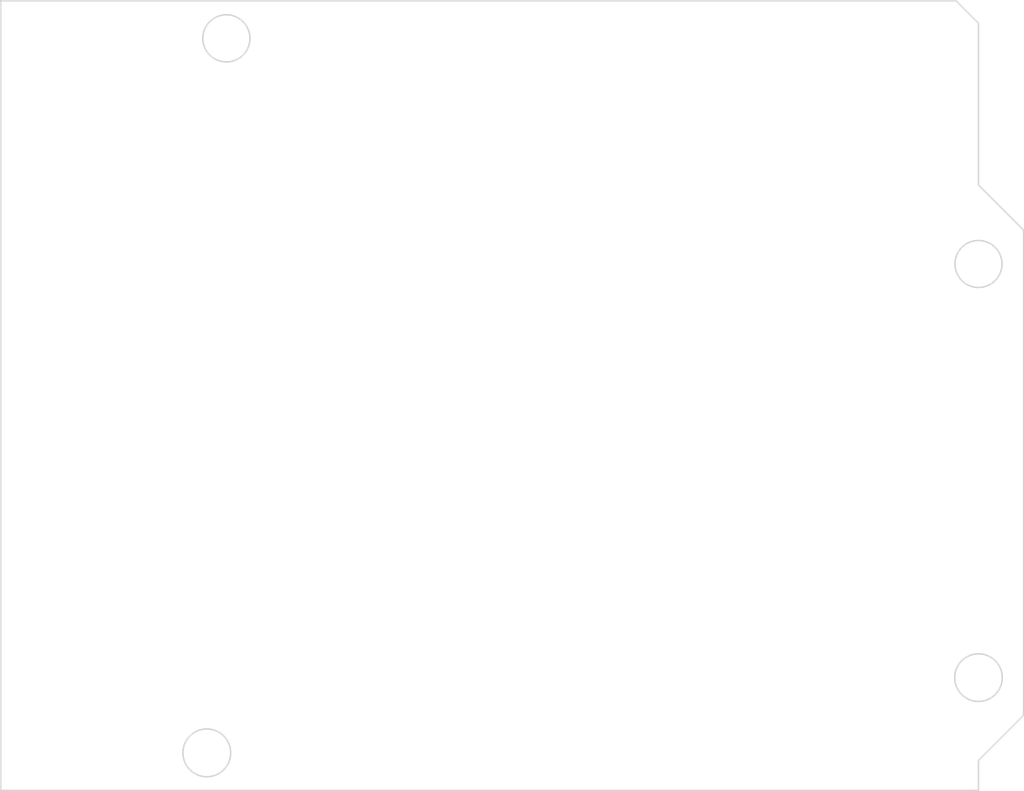
<source format=kicad_pcb>
(kicad_pcb (version 3) (host pcbnew "(2013-05-31 BZR 4019)-stable")

  (general
    (links 0)
    (no_connects 0)
    (area 103.683599 79.096399 172.871601 132.536401)
    (thickness 1.6)
    (drawings 13)
    (tracks 0)
    (zones 0)
    (modules 0)
    (nets 1)
  )

  (page A)
  (title_block 
    (title BenchBuddy)
    (rev 1)
    (company GR)
  )

  (layers
    (15 F.Cu signal)
    (0 B.Cu signal)
    (16 B.Adhes user)
    (17 F.Adhes user)
    (18 B.Paste user)
    (19 F.Paste user)
    (20 B.SilkS user)
    (21 F.SilkS user)
    (22 B.Mask user)
    (23 F.Mask user)
    (24 Dwgs.User user)
    (25 Cmts.User user)
    (26 Eco1.User user)
    (27 Eco2.User user)
    (28 Edge.Cuts user)
  )

  (setup
    (last_trace_width 0.254)
    (trace_clearance 0.254)
    (zone_clearance 0.508)
    (zone_45_only no)
    (trace_min 0.254)
    (segment_width 0.2)
    (edge_width 0.1)
    (via_size 0.889)
    (via_drill 0.635)
    (via_min_size 0.889)
    (via_min_drill 0.508)
    (uvia_size 0.508)
    (uvia_drill 0.127)
    (uvias_allowed no)
    (uvia_min_size 0.508)
    (uvia_min_drill 0.127)
    (pcb_text_width 0.3)
    (pcb_text_size 1.5 1.5)
    (mod_edge_width 0.15)
    (mod_text_size 1 1)
    (mod_text_width 0.15)
    (pad_size 1.5 1.5)
    (pad_drill 0.6)
    (pad_to_mask_clearance 0)
    (aux_axis_origin 0 0)
    (visible_elements 7FFFFFFF)
    (pcbplotparams
      (layerselection 3178497)
      (usegerberextensions true)
      (excludeedgelayer true)
      (linewidth 0.150000)
      (plotframeref false)
      (viasonmask false)
      (mode 1)
      (useauxorigin false)
      (hpglpennumber 1)
      (hpglpenspeed 20)
      (hpglpendiameter 15)
      (hpglpenoverlay 2)
      (psnegative false)
      (psa4output false)
      (plotreference true)
      (plotvalue true)
      (plotothertext true)
      (plotinvisibletext false)
      (padsonsilk false)
      (subtractmaskfromsilk false)
      (outputformat 1)
      (mirror false)
      (drillshape 1)
      (scaleselection 1)
      (outputdirectory ""))
  )

  (net 0 "")

  (net_class Default "This is the default net class."
    (clearance 0.254)
    (trace_width 0.254)
    (via_dia 0.889)
    (via_drill 0.635)
    (uvia_dia 0.508)
    (uvia_drill 0.127)
    (add_net "")
  )

  (gr_circle (center 117.6528 129.9464) (end 119.2276 130.302) (layer Edge.Cuts) (width 0.1))
  (gr_circle (center 118.9736 81.6864) (end 120.5611 81.8134) (layer Edge.Cuts) (width 0.1))
  (gr_circle (center 169.7736 96.9264) (end 171.3611 96.9899) (layer Edge.Cuts) (width 0.1))
  (gr_circle (center 169.7736 124.8664) (end 171.3611 125.1204) (layer Edge.Cuts) (width 0.1))
  (gr_line (start 168.2496 79.1464) (end 103.7336 79.1464) (angle 90) (layer Edge.Cuts) (width 0.1))
  (gr_line (start 169.7736 91.5924) (end 169.7736 80.6704) (angle 90) (layer Edge.Cuts) (width 0.1))
  (gr_line (start 169.7736 80.6704) (end 168.2496 79.1464) (angle 90) (layer Edge.Cuts) (width 0.1))
  (gr_line (start 169.7736 132.4864) (end 169.7736 130.4544) (angle 90) (layer Edge.Cuts) (width 0.1))
  (gr_line (start 103.7336 132.4864) (end 169.7736 132.4864) (angle 90) (layer Edge.Cuts) (width 0.1))
  (gr_line (start 103.7336 79.1464) (end 103.7336 132.4864) (angle 90) (layer Edge.Cuts) (width 0.1))
  (gr_line (start 172.8216 127.4064) (end 172.8216 94.6404) (angle 90) (layer Edge.Cuts) (width 0.1))
  (gr_line (start 172.8216 127.4064) (end 169.7736 130.4544) (angle 90) (layer Edge.Cuts) (width 0.1))
  (gr_line (start 169.7736 91.5924) (end 172.8216 94.6404) (angle 90) (layer Edge.Cuts) (width 0.1))

)

</source>
